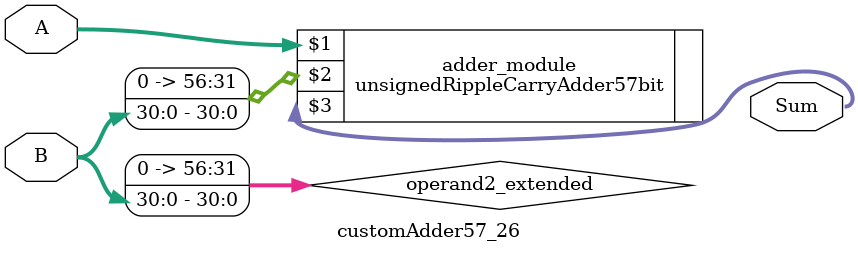
<source format=v>
module customAdder57_26(
                        input [56 : 0] A,
                        input [30 : 0] B,
                        
                        output [57 : 0] Sum
                );

        wire [56 : 0] operand2_extended;
        
        assign operand2_extended =  {26'b0, B};
        
        unsignedRippleCarryAdder57bit adder_module(
            A,
            operand2_extended,
            Sum
        );
        
        endmodule
        
</source>
